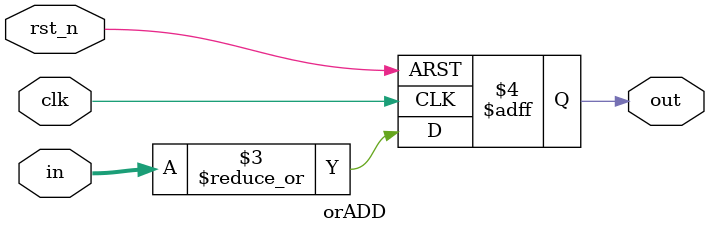
<source format=sv>
module orADD (
    input logic clk,    // Clock
    input logic rst_n,  // Asynchronous reset active low
    input logic [15:0] in,
    output logic out
);

    always_ff @(posedge clk or negedge rst_n) begin : proc_out
        if(~rst_n) begin
            out <= 0;
        end else begin
            out <= |in;
        end
    end

endmodule
</source>
